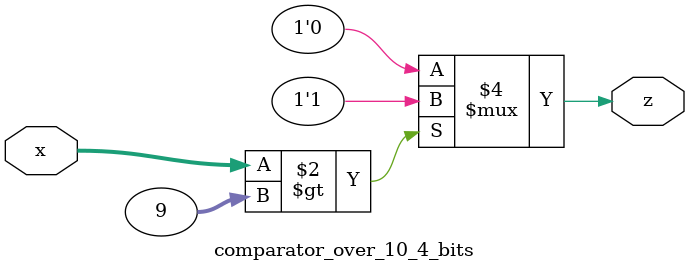
<source format=v>
module comparator_over_10_4_bits(
	input [3:0]x,
	output reg z);
	
	always @(x) begin
		z = 0;
		if(x>9)
			z = 1;
	end
endmodule
</source>
